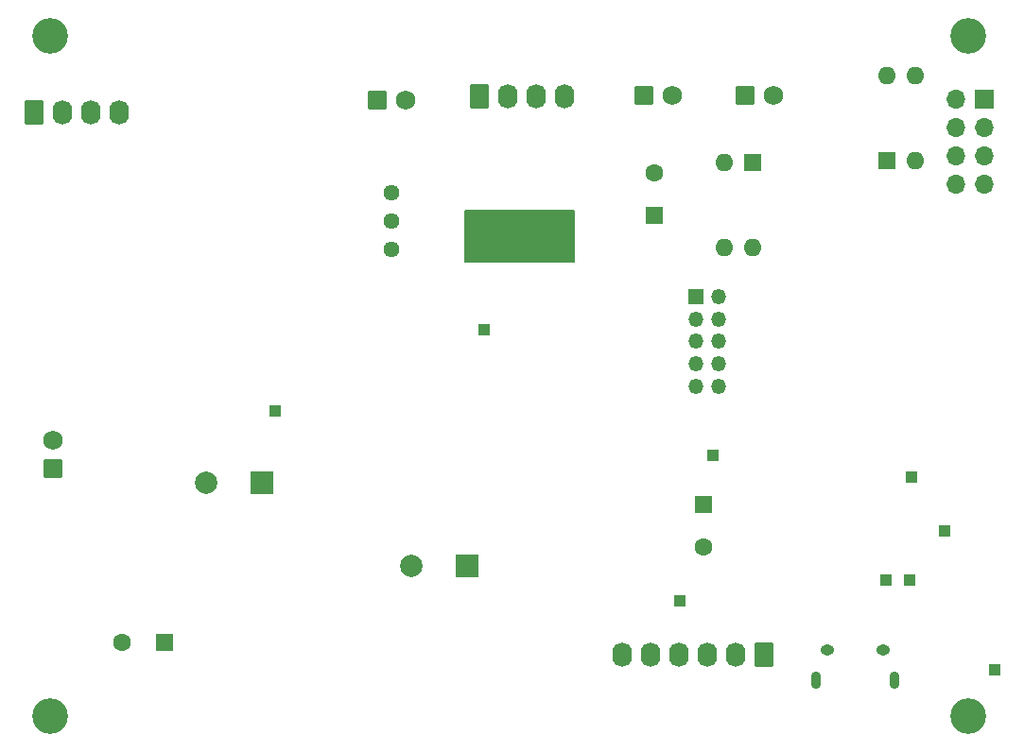
<source format=gbr>
%TF.GenerationSoftware,KiCad,Pcbnew,7.0.2-6a45011f42~172~ubuntu22.04.1*%
%TF.CreationDate,2023-06-02T03:11:57+02:00*%
%TF.ProjectId,MR-SLDR-01,4d522d53-4c44-4522-9d30-312e6b696361,rev?*%
%TF.SameCoordinates,Original*%
%TF.FileFunction,Soldermask,Bot*%
%TF.FilePolarity,Negative*%
%FSLAX46Y46*%
G04 Gerber Fmt 4.6, Leading zero omitted, Abs format (unit mm)*
G04 Created by KiCad (PCBNEW 7.0.2-6a45011f42~172~ubuntu22.04.1) date 2023-06-02 03:11:57*
%MOMM*%
%LPD*%
G01*
G04 APERTURE LIST*
G04 Aperture macros list*
%AMRoundRect*
0 Rectangle with rounded corners*
0 $1 Rounding radius*
0 $2 $3 $4 $5 $6 $7 $8 $9 X,Y pos of 4 corners*
0 Add a 4 corners polygon primitive as box body*
4,1,4,$2,$3,$4,$5,$6,$7,$8,$9,$2,$3,0*
0 Add four circle primitives for the rounded corners*
1,1,$1+$1,$2,$3*
1,1,$1+$1,$4,$5*
1,1,$1+$1,$6,$7*
1,1,$1+$1,$8,$9*
0 Add four rect primitives between the rounded corners*
20,1,$1+$1,$2,$3,$4,$5,0*
20,1,$1+$1,$4,$5,$6,$7,0*
20,1,$1+$1,$6,$7,$8,$9,0*
20,1,$1+$1,$8,$9,$2,$3,0*%
G04 Aperture macros list end*
%ADD10C,0.200000*%
%ADD11C,1.440000*%
%ADD12C,3.200000*%
%ADD13R,2.000000X2.000000*%
%ADD14C,2.000000*%
%ADD15RoundRect,0.250000X0.620000X-0.620000X0.620000X0.620000X-0.620000X0.620000X-0.620000X-0.620000X0*%
%ADD16C,1.740000*%
%ADD17R,1.000000X1.000000*%
%ADD18RoundRect,0.250000X-0.620000X-0.620000X0.620000X-0.620000X0.620000X0.620000X-0.620000X0.620000X0*%
%ADD19R,1.600000X1.600000*%
%ADD20C,1.600000*%
%ADD21RoundRect,0.250000X-0.620000X-0.845000X0.620000X-0.845000X0.620000X0.845000X-0.620000X0.845000X0*%
%ADD22O,1.740000X2.190000*%
%ADD23R,1.350000X1.350000*%
%ADD24O,1.350000X1.350000*%
%ADD25O,1.600000X1.600000*%
%ADD26O,0.890000X1.550000*%
%ADD27O,1.250000X0.950000*%
%ADD28RoundRect,0.250000X0.620000X0.845000X-0.620000X0.845000X-0.620000X-0.845000X0.620000X-0.845000X0*%
%ADD29R,1.700000X1.700000*%
%ADD30O,1.700000X1.700000*%
G04 APERTURE END LIST*
D10*
X137200000Y-94700000D02*
X146900000Y-94700000D01*
X146900000Y-99300000D01*
X137200000Y-99300000D01*
X137200000Y-94700000D01*
G36*
X137200000Y-94700000D02*
G01*
X146900000Y-94700000D01*
X146900000Y-99300000D01*
X137200000Y-99300000D01*
X137200000Y-94700000D01*
G37*
D11*
%TO.C,RV1*%
X130600000Y-98180000D03*
X130600000Y-95640000D03*
X130600000Y-93100000D03*
%TD*%
D12*
%TO.C,H3*%
X182250001Y-78999999D03*
%TD*%
%TO.C,H1*%
X100000001Y-139999999D03*
%TD*%
D13*
%TO.C,C19*%
X119000000Y-119100000D03*
D14*
X114000000Y-119100000D03*
%TD*%
D15*
%TO.C,J10*%
X100250000Y-117770000D03*
D16*
X100250000Y-115230000D03*
%TD*%
D17*
%TO.C,TP7*%
X184600000Y-135800000D03*
%TD*%
D18*
%TO.C,J1*%
X129330000Y-84750000D03*
D16*
X131870000Y-84750000D03*
%TD*%
D17*
%TO.C,TP1*%
X159400000Y-116600000D03*
%TD*%
%TO.C,TP8*%
X156400000Y-129700000D03*
%TD*%
D12*
%TO.C,H2*%
X182250001Y-139999999D03*
%TD*%
%TO.C,H4*%
X100000001Y-78999999D03*
%TD*%
D18*
%TO.C,J9*%
X153230000Y-84350000D03*
D16*
X155770000Y-84350000D03*
%TD*%
D19*
%TO.C,C11*%
X158500000Y-120997349D03*
D20*
X158500000Y-124797349D03*
%TD*%
D21*
%TO.C,J5*%
X138490000Y-84420000D03*
D22*
X141030000Y-84420000D03*
X143570000Y-84420000D03*
X146110000Y-84420000D03*
%TD*%
D23*
%TO.C,J4*%
X157900000Y-102400000D03*
D24*
X159900000Y-102400000D03*
X157900000Y-104400000D03*
X159900000Y-104400000D03*
X157900000Y-106400000D03*
X159900000Y-106400000D03*
X157900000Y-108400000D03*
X159900000Y-108400000D03*
X157900000Y-110400000D03*
X159900000Y-110400000D03*
%TD*%
D19*
%TO.C,U8*%
X174925000Y-90200000D03*
D25*
X177465000Y-90200000D03*
X177465000Y-82580000D03*
X174925000Y-82580000D03*
%TD*%
D19*
%TO.C,U9*%
X162900000Y-90400000D03*
D25*
X160360000Y-90400000D03*
X160360000Y-98020000D03*
X162900000Y-98020000D03*
%TD*%
D18*
%TO.C,J8*%
X162230000Y-84350000D03*
D16*
X164770000Y-84350000D03*
%TD*%
D13*
%TO.C,C1*%
X137400000Y-126500000D03*
D14*
X132400000Y-126500000D03*
%TD*%
D17*
%TO.C,TP5*%
X174900000Y-127800000D03*
%TD*%
%TO.C,TP3*%
X177200000Y-118600000D03*
%TD*%
%TO.C,TP6*%
X177000000Y-127800000D03*
%TD*%
%TO.C,Batt.meas1*%
X138900000Y-105400000D03*
%TD*%
%TO.C,TP2*%
X120200000Y-112600000D03*
%TD*%
D19*
%TO.C,C14*%
X110300000Y-133400000D03*
D20*
X106500000Y-133400000D03*
%TD*%
D21*
%TO.C,J2*%
X98600000Y-85900000D03*
D22*
X101140000Y-85900000D03*
X103680000Y-85900000D03*
X106220000Y-85900000D03*
%TD*%
D26*
%TO.C,J3*%
X168600000Y-136800000D03*
D27*
X169600000Y-134100000D03*
X174600000Y-134100000D03*
D26*
X175600000Y-136800000D03*
%TD*%
D19*
%TO.C,C24*%
X154100000Y-95102651D03*
D20*
X154100000Y-91302651D03*
%TD*%
D17*
%TO.C,TP4*%
X180100000Y-123400000D03*
%TD*%
D28*
%TO.C,J6*%
X163950000Y-134480000D03*
D22*
X161410000Y-134480000D03*
X158870000Y-134480000D03*
X156330000Y-134480000D03*
X153790000Y-134480000D03*
X151250000Y-134480000D03*
%TD*%
D29*
%TO.C,J7*%
X183690000Y-84700000D03*
D30*
X181150000Y-84700000D03*
X183690000Y-87240000D03*
X181150000Y-87240000D03*
X183690000Y-89780000D03*
X181150000Y-89780000D03*
X183690000Y-92320000D03*
X181150000Y-92320000D03*
%TD*%
M02*

</source>
